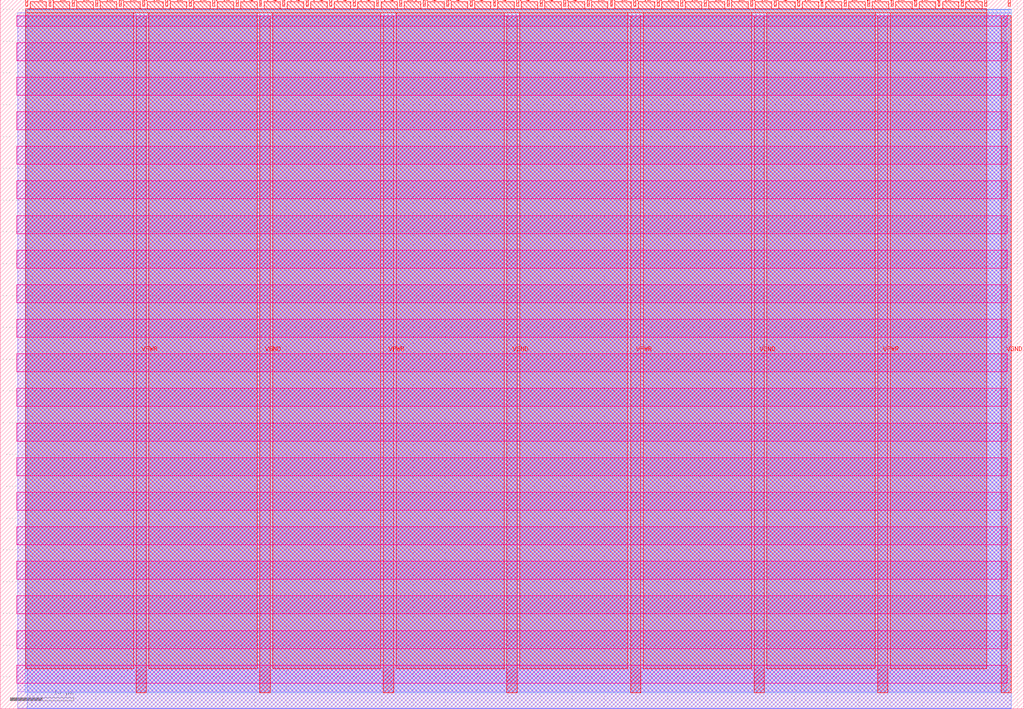
<source format=lef>
VERSION 5.7 ;
  NOWIREEXTENSIONATPIN ON ;
  DIVIDERCHAR "/" ;
  BUSBITCHARS "[]" ;
MACRO tt_um_tiny_shader_mole99
  CLASS BLOCK ;
  FOREIGN tt_um_tiny_shader_mole99 ;
  ORIGIN 0.000 0.000 ;
  SIZE 161.000 BY 111.520 ;
  PIN VGND
    DIRECTION INOUT ;
    USE GROUND ;
    PORT
      LAYER met4 ;
        RECT 40.830 2.480 42.430 109.040 ;
    END
    PORT
      LAYER met4 ;
        RECT 79.700 2.480 81.300 109.040 ;
    END
    PORT
      LAYER met4 ;
        RECT 118.570 2.480 120.170 109.040 ;
    END
    PORT
      LAYER met4 ;
        RECT 157.440 2.480 159.040 109.040 ;
    END
  END VGND
  PIN VPWR
    DIRECTION INOUT ;
    USE POWER ;
    PORT
      LAYER met4 ;
        RECT 21.395 2.480 22.995 109.040 ;
    END
    PORT
      LAYER met4 ;
        RECT 60.265 2.480 61.865 109.040 ;
    END
    PORT
      LAYER met4 ;
        RECT 99.135 2.480 100.735 109.040 ;
    END
    PORT
      LAYER met4 ;
        RECT 138.005 2.480 139.605 109.040 ;
    END
  END VPWR
  PIN clk
    DIRECTION INPUT ;
    USE SIGNAL ;
    ANTENNAGATEAREA 0.852000 ;
    PORT
      LAYER met4 ;
        RECT 154.870 110.520 155.170 111.520 ;
    END
  END clk
  PIN ena
    DIRECTION INPUT ;
    USE SIGNAL ;
    PORT
      LAYER met4 ;
        RECT 158.550 110.520 158.850 111.520 ;
    END
  END ena
  PIN rst_n
    DIRECTION INPUT ;
    USE SIGNAL ;
    ANTENNAGATEAREA 0.196500 ;
    PORT
      LAYER met4 ;
        RECT 151.190 110.520 151.490 111.520 ;
    END
  END rst_n
  PIN ui_in[0]
    DIRECTION INPUT ;
    USE SIGNAL ;
    ANTENNAGATEAREA 0.196500 ;
    PORT
      LAYER met4 ;
        RECT 147.510 110.520 147.810 111.520 ;
    END
  END ui_in[0]
  PIN ui_in[1]
    DIRECTION INPUT ;
    USE SIGNAL ;
    PORT
      LAYER met4 ;
        RECT 143.830 110.520 144.130 111.520 ;
    END
  END ui_in[1]
  PIN ui_in[2]
    DIRECTION INPUT ;
    USE SIGNAL ;
    PORT
      LAYER met4 ;
        RECT 140.150 110.520 140.450 111.520 ;
    END
  END ui_in[2]
  PIN ui_in[3]
    DIRECTION INPUT ;
    USE SIGNAL ;
    PORT
      LAYER met4 ;
        RECT 136.470 110.520 136.770 111.520 ;
    END
  END ui_in[3]
  PIN ui_in[4]
    DIRECTION INPUT ;
    USE SIGNAL ;
    PORT
      LAYER met4 ;
        RECT 132.790 110.520 133.090 111.520 ;
    END
  END ui_in[4]
  PIN ui_in[5]
    DIRECTION INPUT ;
    USE SIGNAL ;
    PORT
      LAYER met4 ;
        RECT 129.110 110.520 129.410 111.520 ;
    END
  END ui_in[5]
  PIN ui_in[6]
    DIRECTION INPUT ;
    USE SIGNAL ;
    PORT
      LAYER met4 ;
        RECT 125.430 110.520 125.730 111.520 ;
    END
  END ui_in[6]
  PIN ui_in[7]
    DIRECTION INPUT ;
    USE SIGNAL ;
    PORT
      LAYER met4 ;
        RECT 121.750 110.520 122.050 111.520 ;
    END
  END ui_in[7]
  PIN uio_in[0]
    DIRECTION INPUT ;
    USE SIGNAL ;
    ANTENNAGATEAREA 0.196500 ;
    PORT
      LAYER met4 ;
        RECT 118.070 110.520 118.370 111.520 ;
    END
  END uio_in[0]
  PIN uio_in[1]
    DIRECTION INPUT ;
    USE SIGNAL ;
    ANTENNAGATEAREA 0.196500 ;
    PORT
      LAYER met4 ;
        RECT 114.390 110.520 114.690 111.520 ;
    END
  END uio_in[1]
  PIN uio_in[2]
    DIRECTION INPUT ;
    USE SIGNAL ;
    PORT
      LAYER met4 ;
        RECT 110.710 110.520 111.010 111.520 ;
    END
  END uio_in[2]
  PIN uio_in[3]
    DIRECTION INPUT ;
    USE SIGNAL ;
    ANTENNAGATEAREA 0.196500 ;
    PORT
      LAYER met4 ;
        RECT 107.030 110.520 107.330 111.520 ;
    END
  END uio_in[3]
  PIN uio_in[4]
    DIRECTION INPUT ;
    USE SIGNAL ;
    PORT
      LAYER met4 ;
        RECT 103.350 110.520 103.650 111.520 ;
    END
  END uio_in[4]
  PIN uio_in[5]
    DIRECTION INPUT ;
    USE SIGNAL ;
    PORT
      LAYER met4 ;
        RECT 99.670 110.520 99.970 111.520 ;
    END
  END uio_in[5]
  PIN uio_in[6]
    DIRECTION INPUT ;
    USE SIGNAL ;
    PORT
      LAYER met4 ;
        RECT 95.990 110.520 96.290 111.520 ;
    END
  END uio_in[6]
  PIN uio_in[7]
    DIRECTION INPUT ;
    USE SIGNAL ;
    PORT
      LAYER met4 ;
        RECT 92.310 110.520 92.610 111.520 ;
    END
  END uio_in[7]
  PIN uio_oe[0]
    DIRECTION OUTPUT TRISTATE ;
    USE SIGNAL ;
    PORT
      LAYER met4 ;
        RECT 29.750 110.520 30.050 111.520 ;
    END
  END uio_oe[0]
  PIN uio_oe[1]
    DIRECTION OUTPUT TRISTATE ;
    USE SIGNAL ;
    PORT
      LAYER met4 ;
        RECT 26.070 110.520 26.370 111.520 ;
    END
  END uio_oe[1]
  PIN uio_oe[2]
    DIRECTION OUTPUT TRISTATE ;
    USE SIGNAL ;
    PORT
      LAYER met4 ;
        RECT 22.390 110.520 22.690 111.520 ;
    END
  END uio_oe[2]
  PIN uio_oe[3]
    DIRECTION OUTPUT TRISTATE ;
    USE SIGNAL ;
    PORT
      LAYER met4 ;
        RECT 18.710 110.520 19.010 111.520 ;
    END
  END uio_oe[3]
  PIN uio_oe[4]
    DIRECTION OUTPUT TRISTATE ;
    USE SIGNAL ;
    PORT
      LAYER met4 ;
        RECT 15.030 110.520 15.330 111.520 ;
    END
  END uio_oe[4]
  PIN uio_oe[5]
    DIRECTION OUTPUT TRISTATE ;
    USE SIGNAL ;
    PORT
      LAYER met4 ;
        RECT 11.350 110.520 11.650 111.520 ;
    END
  END uio_oe[5]
  PIN uio_oe[6]
    DIRECTION OUTPUT TRISTATE ;
    USE SIGNAL ;
    PORT
      LAYER met4 ;
        RECT 7.670 110.520 7.970 111.520 ;
    END
  END uio_oe[6]
  PIN uio_oe[7]
    DIRECTION OUTPUT TRISTATE ;
    USE SIGNAL ;
    PORT
      LAYER met4 ;
        RECT 3.990 110.520 4.290 111.520 ;
    END
  END uio_oe[7]
  PIN uio_out[0]
    DIRECTION OUTPUT TRISTATE ;
    USE SIGNAL ;
    PORT
      LAYER met4 ;
        RECT 59.190 110.520 59.490 111.520 ;
    END
  END uio_out[0]
  PIN uio_out[1]
    DIRECTION OUTPUT TRISTATE ;
    USE SIGNAL ;
    PORT
      LAYER met4 ;
        RECT 55.510 110.520 55.810 111.520 ;
    END
  END uio_out[1]
  PIN uio_out[2]
    DIRECTION OUTPUT TRISTATE ;
    USE SIGNAL ;
    ANTENNADIFFAREA 0.795200 ;
    PORT
      LAYER met4 ;
        RECT 51.830 110.520 52.130 111.520 ;
    END
  END uio_out[2]
  PIN uio_out[3]
    DIRECTION OUTPUT TRISTATE ;
    USE SIGNAL ;
    PORT
      LAYER met4 ;
        RECT 48.150 110.520 48.450 111.520 ;
    END
  END uio_out[3]
  PIN uio_out[4]
    DIRECTION OUTPUT TRISTATE ;
    USE SIGNAL ;
    PORT
      LAYER met4 ;
        RECT 44.470 110.520 44.770 111.520 ;
    END
  END uio_out[4]
  PIN uio_out[5]
    DIRECTION OUTPUT TRISTATE ;
    USE SIGNAL ;
    PORT
      LAYER met4 ;
        RECT 40.790 110.520 41.090 111.520 ;
    END
  END uio_out[5]
  PIN uio_out[6]
    DIRECTION OUTPUT TRISTATE ;
    USE SIGNAL ;
    PORT
      LAYER met4 ;
        RECT 37.110 110.520 37.410 111.520 ;
    END
  END uio_out[6]
  PIN uio_out[7]
    DIRECTION OUTPUT TRISTATE ;
    USE SIGNAL ;
    PORT
      LAYER met4 ;
        RECT 33.430 110.520 33.730 111.520 ;
    END
  END uio_out[7]
  PIN uo_out[0]
    DIRECTION OUTPUT TRISTATE ;
    USE SIGNAL ;
    ANTENNAGATEAREA 0.126000 ;
    ANTENNADIFFAREA 0.891000 ;
    PORT
      LAYER met4 ;
        RECT 88.630 110.520 88.930 111.520 ;
    END
  END uo_out[0]
  PIN uo_out[1]
    DIRECTION OUTPUT TRISTATE ;
    USE SIGNAL ;
    ANTENNAGATEAREA 0.126000 ;
    ANTENNADIFFAREA 0.891000 ;
    PORT
      LAYER met4 ;
        RECT 84.950 110.520 85.250 111.520 ;
    END
  END uo_out[1]
  PIN uo_out[2]
    DIRECTION OUTPUT TRISTATE ;
    USE SIGNAL ;
    ANTENNAGATEAREA 0.126000 ;
    ANTENNADIFFAREA 0.891000 ;
    PORT
      LAYER met4 ;
        RECT 81.270 110.520 81.570 111.520 ;
    END
  END uo_out[2]
  PIN uo_out[3]
    DIRECTION OUTPUT TRISTATE ;
    USE SIGNAL ;
    ANTENNADIFFAREA 0.795200 ;
    PORT
      LAYER met4 ;
        RECT 77.590 110.520 77.890 111.520 ;
    END
  END uo_out[3]
  PIN uo_out[4]
    DIRECTION OUTPUT TRISTATE ;
    USE SIGNAL ;
    ANTENNAGATEAREA 0.126000 ;
    ANTENNADIFFAREA 0.891000 ;
    PORT
      LAYER met4 ;
        RECT 73.910 110.520 74.210 111.520 ;
    END
  END uo_out[4]
  PIN uo_out[5]
    DIRECTION OUTPUT TRISTATE ;
    USE SIGNAL ;
    ANTENNAGATEAREA 0.126000 ;
    ANTENNADIFFAREA 0.891000 ;
    PORT
      LAYER met4 ;
        RECT 70.230 110.520 70.530 111.520 ;
    END
  END uo_out[5]
  PIN uo_out[6]
    DIRECTION OUTPUT TRISTATE ;
    USE SIGNAL ;
    ANTENNAGATEAREA 0.126000 ;
    ANTENNADIFFAREA 0.891000 ;
    PORT
      LAYER met4 ;
        RECT 66.550 110.520 66.850 111.520 ;
    END
  END uo_out[6]
  PIN uo_out[7]
    DIRECTION OUTPUT TRISTATE ;
    USE SIGNAL ;
    ANTENNADIFFAREA 0.795200 ;
    PORT
      LAYER met4 ;
        RECT 62.870 110.520 63.170 111.520 ;
    END
  END uo_out[7]
  OBS
      LAYER nwell ;
        RECT 2.570 107.385 158.430 108.990 ;
        RECT 2.570 101.945 158.430 104.775 ;
        RECT 2.570 96.505 158.430 99.335 ;
        RECT 2.570 91.065 158.430 93.895 ;
        RECT 2.570 85.625 158.430 88.455 ;
        RECT 2.570 80.185 158.430 83.015 ;
        RECT 2.570 74.745 158.430 77.575 ;
        RECT 2.570 69.305 158.430 72.135 ;
        RECT 2.570 63.865 158.430 66.695 ;
        RECT 2.570 58.425 158.430 61.255 ;
        RECT 2.570 52.985 158.430 55.815 ;
        RECT 2.570 47.545 158.430 50.375 ;
        RECT 2.570 42.105 158.430 44.935 ;
        RECT 2.570 36.665 158.430 39.495 ;
        RECT 2.570 31.225 158.430 34.055 ;
        RECT 2.570 25.785 158.430 28.615 ;
        RECT 2.570 20.345 158.430 23.175 ;
        RECT 2.570 14.905 158.430 17.735 ;
        RECT 2.570 9.465 158.430 12.295 ;
        RECT 2.570 4.025 158.430 6.855 ;
      LAYER li1 ;
        RECT 2.760 2.635 158.240 108.885 ;
      LAYER met1 ;
        RECT 2.760 0.040 159.040 109.440 ;
      LAYER met2 ;
        RECT 4.230 0.010 159.010 110.005 ;
      LAYER met3 ;
        RECT 3.950 2.555 159.030 109.985 ;
      LAYER met4 ;
        RECT 4.690 110.120 7.270 111.170 ;
        RECT 8.370 110.120 10.950 111.170 ;
        RECT 12.050 110.120 14.630 111.170 ;
        RECT 15.730 110.120 18.310 111.170 ;
        RECT 19.410 110.120 21.990 111.170 ;
        RECT 23.090 110.120 25.670 111.170 ;
        RECT 26.770 110.120 29.350 111.170 ;
        RECT 30.450 110.120 33.030 111.170 ;
        RECT 34.130 110.120 36.710 111.170 ;
        RECT 37.810 110.120 40.390 111.170 ;
        RECT 41.490 110.120 44.070 111.170 ;
        RECT 45.170 110.120 47.750 111.170 ;
        RECT 48.850 110.120 51.430 111.170 ;
        RECT 52.530 110.120 55.110 111.170 ;
        RECT 56.210 110.120 58.790 111.170 ;
        RECT 59.890 110.120 62.470 111.170 ;
        RECT 63.570 110.120 66.150 111.170 ;
        RECT 67.250 110.120 69.830 111.170 ;
        RECT 70.930 110.120 73.510 111.170 ;
        RECT 74.610 110.120 77.190 111.170 ;
        RECT 78.290 110.120 80.870 111.170 ;
        RECT 81.970 110.120 84.550 111.170 ;
        RECT 85.650 110.120 88.230 111.170 ;
        RECT 89.330 110.120 91.910 111.170 ;
        RECT 93.010 110.120 95.590 111.170 ;
        RECT 96.690 110.120 99.270 111.170 ;
        RECT 100.370 110.120 102.950 111.170 ;
        RECT 104.050 110.120 106.630 111.170 ;
        RECT 107.730 110.120 110.310 111.170 ;
        RECT 111.410 110.120 113.990 111.170 ;
        RECT 115.090 110.120 117.670 111.170 ;
        RECT 118.770 110.120 121.350 111.170 ;
        RECT 122.450 110.120 125.030 111.170 ;
        RECT 126.130 110.120 128.710 111.170 ;
        RECT 129.810 110.120 132.390 111.170 ;
        RECT 133.490 110.120 136.070 111.170 ;
        RECT 137.170 110.120 139.750 111.170 ;
        RECT 140.850 110.120 143.430 111.170 ;
        RECT 144.530 110.120 147.110 111.170 ;
        RECT 148.210 110.120 150.790 111.170 ;
        RECT 151.890 110.120 154.470 111.170 ;
        RECT 3.975 109.440 155.185 110.120 ;
        RECT 3.975 6.295 20.995 109.440 ;
        RECT 23.395 6.295 40.430 109.440 ;
        RECT 42.830 6.295 59.865 109.440 ;
        RECT 62.265 6.295 79.300 109.440 ;
        RECT 81.700 6.295 98.735 109.440 ;
        RECT 101.135 6.295 118.170 109.440 ;
        RECT 120.570 6.295 137.605 109.440 ;
        RECT 140.005 6.295 155.185 109.440 ;
  END
END tt_um_tiny_shader_mole99
END LIBRARY


</source>
